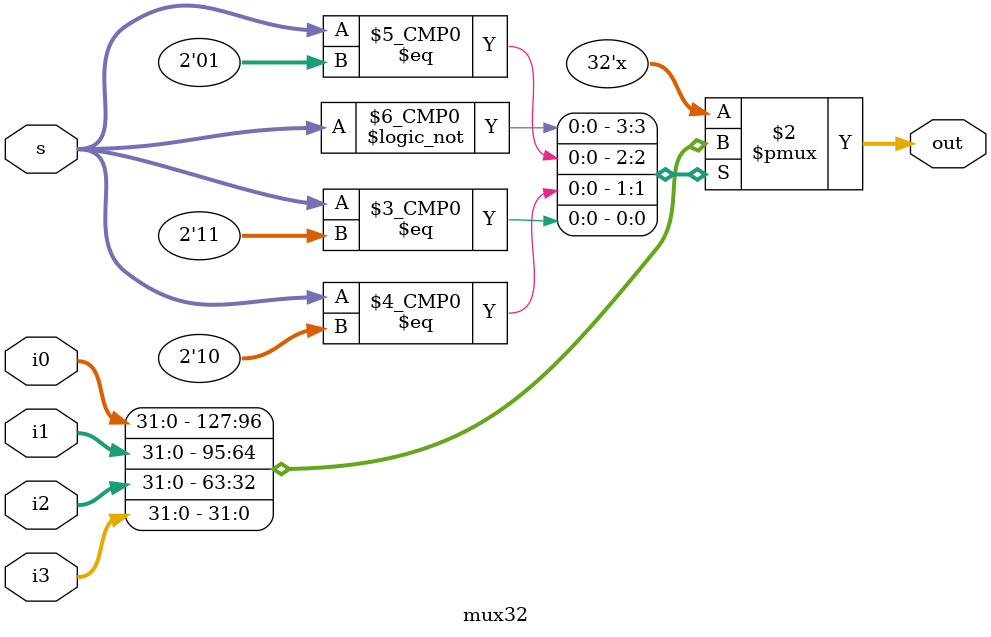
<source format=v>
`timescale 1ns / 1ps


module mux32(
    input [31:0] i0,
    input [31:0] i1,
    input [31:0] i2,
    input [31:0] i3,
    input [1:0] s,
    output reg [31:0] out
    );
    always@(*)
    begin
    case (s)
    2'b00:begin
    out=i0;
    end
    2'b01:begin
    out=i1;
    end
    2'b10:begin
    out=i2;
    end
    2'b11:begin
    out=i3;
    end
    
    endcase
    end
endmodule

</source>
